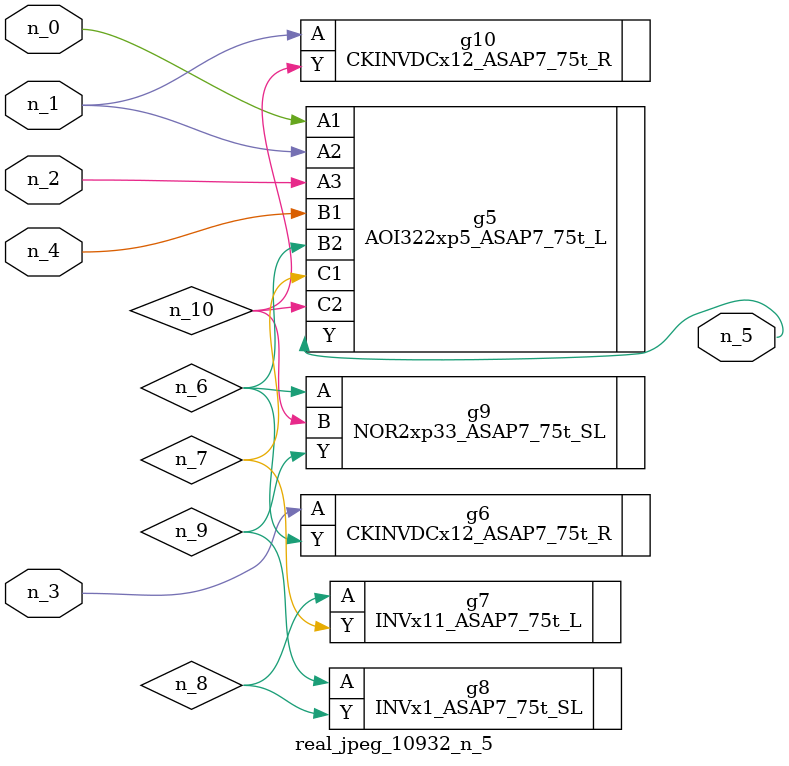
<source format=v>
module real_jpeg_10932_n_5 (n_4, n_0, n_1, n_2, n_3, n_5);

input n_4;
input n_0;
input n_1;
input n_2;
input n_3;

output n_5;

wire n_8;
wire n_6;
wire n_7;
wire n_10;
wire n_9;

AOI322xp5_ASAP7_75t_L g5 ( 
.A1(n_0),
.A2(n_1),
.A3(n_2),
.B1(n_4),
.B2(n_6),
.C1(n_7),
.C2(n_10),
.Y(n_5)
);

CKINVDCx12_ASAP7_75t_R g10 ( 
.A(n_1),
.Y(n_10)
);

CKINVDCx12_ASAP7_75t_R g6 ( 
.A(n_3),
.Y(n_6)
);

NOR2xp33_ASAP7_75t_SL g9 ( 
.A(n_6),
.B(n_10),
.Y(n_9)
);

INVx11_ASAP7_75t_L g7 ( 
.A(n_8),
.Y(n_7)
);

INVx1_ASAP7_75t_SL g8 ( 
.A(n_9),
.Y(n_8)
);


endmodule
</source>
